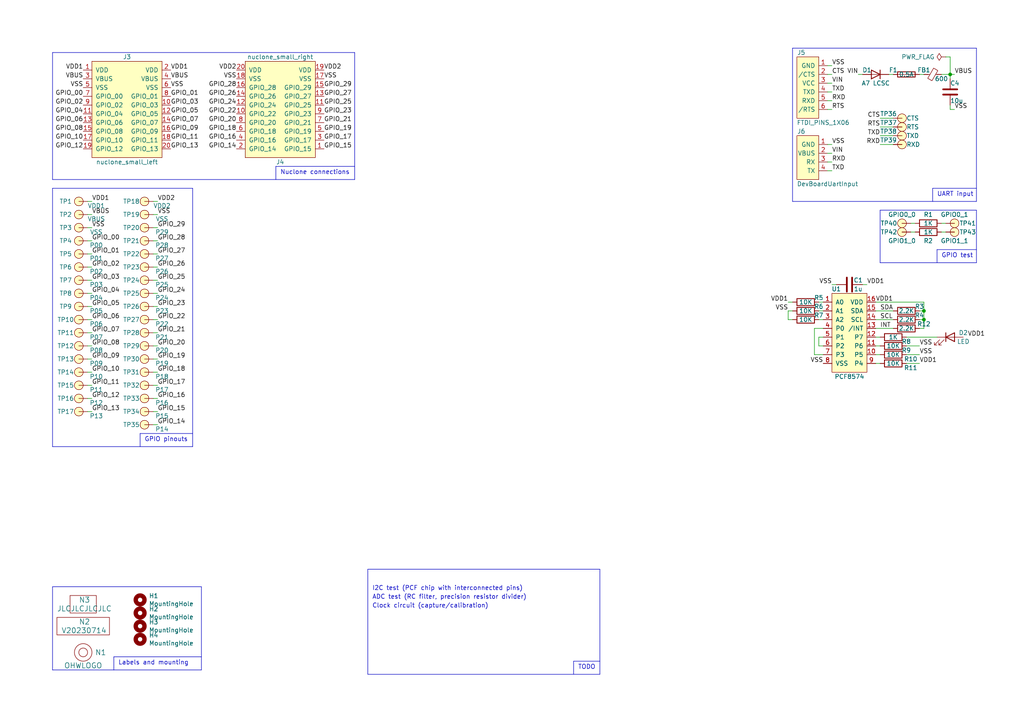
<source format=kicad_sch>
(kicad_sch (version 20230121) (generator eeschema)
  (paper "A4")
  (lib_symbols
    (symbol "Device:C" (pin_numbers hide) (pin_names (offset 0.254))
      (property "Reference" "C" (at 0.635 2.54 0))
      (property "Value" "C" (at 0.635 -2.54 0))
      (symbol "C_0_1"
        (polyline (pts (xy -2.032 -0.762) (xy 2.032 -0.762)) (stroke (width 0.508)))
        (polyline (pts (xy -2.032 0.762) (xy 2.032 0.762)) (stroke (width 0.508)))
      )
      (symbol "C_1_1"
        (pin passive line (at 0 3.81 270) (length 2.794) (name "~") (number "1"))
        (pin passive line (at 0 -3.81 90) (length 2.794) (name "~") (number "2"))
      )
    )
    (symbol "Device:D" (pin_numbers hide) (pin_names (offset 1.016) hide)
      (property "Reference" "D" (at 0 2.54 0))
      (property "Value" "D" (at 0 -2.54 0))
      (symbol "D_0_1"
        (polyline (pts (xy -1.27 1.27) (xy -1.27 -1.27)) (stroke (width 0.254)))
        (polyline (pts (xy 1.27 0) (xy -1.27 0)))
        (polyline (pts (xy 1.27 1.27) (xy 1.27 -1.27) (xy -1.27 0) (xy 1.27 1.27)) (stroke (width 0.254)))
      )
      (symbol "D_1_1"
        (pin passive line (at -3.81 0 0) (length 2.54) (name "K") (number "1"))
        (pin passive line (at 3.81 0 180) (length 2.54) (name "A") (number "2"))
      )
    )
    (symbol "Device:FerriteBead_Small" (pin_numbers hide) (pin_names (offset 0))
      (property "Reference" "FB" (at 1.905 1.27 0))
      (property "Value" "FerriteBead_Small" (at 1.905 -1.27 0))
      (symbol "FerriteBead_Small_0_1"
        (polyline (pts (xy 0 -1.27) (xy 0 -0.7874)))
        (polyline (pts (xy 0 0.889) (xy 0 1.2954)))
        (polyline (pts (xy -1.8288 0.2794) (xy -1.1176 1.4986) (xy 1.8288 -0.2032) (xy 1.1176 -1.4224) (xy -1.8288 0.2794)))
      )
      (symbol "FerriteBead_Small_1_1"
        (pin passive line (at 0 2.54 270) (length 1.27) (name "~") (number "1"))
        (pin passive line (at 0 -2.54 90) (length 1.27) (name "~") (number "2"))
      )
    )
    (symbol "Device:Fuse" (pin_numbers hide) (pin_names (offset 0))
      (property "Reference" "F" (at 2.032 0 90))
      (property "Value" "Fuse" (at -1.905 0 90))
      (symbol "Fuse_0_1"
        (rectangle (start -0.762 -2.54) (end 0.762 2.54) (stroke (width 0.254)))
        (polyline (pts (xy 0 2.54) (xy 0 -2.54)))
      )
      (symbol "Fuse_1_1"
        (pin passive line (at 0 3.81 270) (length 1.27) (name "~") (number "1"))
        (pin passive line (at 0 -3.81 90) (length 1.27) (name "~") (number "2"))
      )
    )
    (symbol "Device:LED" (pin_numbers hide) (pin_names (offset 1.016) hide)
      (property "Reference" "D" (at 0 2.54 0))
      (property "Value" "LED" (at 0 -2.54 0))
      (symbol "LED_0_1"
        (polyline (pts (xy -1.27 -1.27) (xy -1.27 1.27)) (stroke (width 0.254)))
        (polyline (pts (xy -1.27 0) (xy 1.27 0)))
        (polyline (pts (xy 1.27 -1.27) (xy 1.27 1.27) (xy -1.27 0) (xy 1.27 -1.27)) (stroke (width 0.254)))
        (polyline (pts (xy -3.048 -0.762) (xy -4.572 -2.286) (xy -3.81 -2.286) (xy -4.572 -2.286) (xy -4.572 -1.524)))
        (polyline (pts (xy -1.778 -0.762) (xy -3.302 -2.286) (xy -2.54 -2.286) (xy -3.302 -2.286) (xy -3.302 -1.524)))
      )
      (symbol "LED_1_1"
        (pin passive line (at -3.81 0 0) (length 2.54) (name "K") (number "1"))
        (pin passive line (at 3.81 0 180) (length 2.54) (name "A") (number "2"))
      )
    )
    (symbol "Device:R" (pin_numbers hide) (pin_names (offset 0))
      (property "Reference" "R" (at 2.032 0 90))
      (property "Value" "R" (at 0 0 90))
      (symbol "R_0_1"
        (rectangle (start -1.016 -2.54) (end 1.016 2.54) (stroke (width 0.254)))
      )
      (symbol "R_1_1"
        (pin passive line (at 0 3.81 270) (length 1.27) (name "~") (number "1"))
        (pin passive line (at 0 -3.81 90) (length 1.27) (name "~") (number "2"))
      )
    )
    (symbol "Mechanical:MountingHole" (pin_names (offset 1.016))
      (property "Reference" "H" (at 0 5.08 0))
      (property "Value" "MountingHole" (at 0 3.175 0))
      (symbol "MountingHole_0_1"
        (circle (center 0 0) (radius 1.27) (stroke (width 1.27)))
      )
    )
    (symbol "SquantorConnectorsNamed:DevBoardUartInput" (pin_names (offset 1.016))
      (property "Reference" "J" (at 0 7.62 0))
      (property "Value" "DevBoardUartInput" (at 0 -7.62 0))
      (symbol "DevBoardUartInput_0_1"
        (rectangle (start 2.54 -6.35) (end -3.81 6.35) (fill (type background)))
      )
      (symbol "DevBoardUartInput_1_1"
        (pin power_out line (at 5.08 3.81 180) (length 2.54) (name "GND") (number "1"))
        (pin power_out line (at 5.08 1.27 180) (length 2.54) (name "VBUS") (number "2"))
        (pin input line (at 5.08 -1.27 180) (length 2.54) (name "RX") (number "3"))
        (pin output line (at 5.08 -3.81 180) (length 2.54) (name "TX") (number "4"))
      )
    )
    (symbol "SquantorConnectorsNamed:FTDI_PINS_1X06" (pin_names (offset 1.016))
      (property "Reference" "J" (at 0 10.16 0))
      (property "Value" "FTDI_PINS_1X06" (at 0 -10.16 0))
      (symbol "FTDI_PINS_1X06_0_1"
        (rectangle (start -3.81 8.89) (end 2.54 -8.89) (fill (type background)))
      )
      (symbol "FTDI_PINS_1X06_1_1"
        (pin power_out line (at 5.08 6.35 180) (length 2.54) (name "GND") (number "1"))
        (pin input line (at 5.08 3.81 180) (length 2.54) (name "/CTS") (number "2"))
        (pin power_out line (at 5.08 1.27 180) (length 2.54) (name "VCC") (number "3"))
        (pin output line (at 5.08 -1.27 180) (length 2.54) (name "TXD") (number "4"))
        (pin input line (at 5.08 -3.81 180) (length 2.54) (name "RXD") (number "5"))
        (pin output line (at 5.08 -6.35 180) (length 2.54) (name "/RTS") (number "6"))
      )
    )
    (symbol "SquantorConnectorsNamed:nuclone_small_left" (pin_names (offset 1.016))
      (property "Reference" "J" (at 0 15.24 0))
      (property "Value" "nuclone_small_left" (at 0 -15.24 0))
      (symbol "nuclone_small_left_0_1"
        (rectangle (start -10.16 13.97) (end 10.16 -13.97) (fill (type background)))
      )
      (symbol "nuclone_small_left_1_1"
        (pin power_in line (at -12.7 11.43 0) (length 2.54) (name "VDD") (number "1"))
        (pin bidirectional line (at 12.7 1.27 180) (length 2.54) (name "GPIO_03") (number "10"))
        (pin bidirectional line (at -12.7 -1.27 0) (length 2.54) (name "GPIO_04") (number "11"))
        (pin bidirectional line (at 12.7 -1.27 180) (length 2.54) (name "GPIO_05") (number "12"))
        (pin bidirectional line (at -12.7 -3.81 0) (length 2.54) (name "GPIO_06") (number "13"))
        (pin bidirectional line (at 12.7 -3.81 180) (length 2.54) (name "GPIO_07") (number "14"))
        (pin bidirectional line (at -12.7 -6.35 0) (length 2.54) (name "GPIO_08") (number "15"))
        (pin bidirectional line (at 12.7 -6.35 180) (length 2.54) (name "GPIO_09") (number "16"))
        (pin bidirectional line (at -12.7 -8.89 0) (length 2.54) (name "GPIO_10") (number "17"))
        (pin bidirectional line (at 12.7 -8.89 180) (length 2.54) (name "GPIO_11") (number "18"))
        (pin bidirectional line (at -12.7 -11.43 0) (length 2.54) (name "GPIO_12") (number "19"))
        (pin power_in line (at 12.7 11.43 180) (length 2.54) (name "VDD") (number "2"))
        (pin bidirectional line (at 12.7 -11.43 180) (length 2.54) (name "GPIO_13") (number "20"))
        (pin power_in line (at -12.7 8.89 0) (length 2.54) (name "VBUS") (number "3"))
        (pin power_in line (at 12.7 8.89 180) (length 2.54) (name "VBUS") (number "4"))
        (pin power_in line (at -12.7 6.35 0) (length 2.54) (name "VSS") (number "5"))
        (pin power_in line (at 12.7 6.35 180) (length 2.54) (name "VSS") (number "6"))
        (pin bidirectional line (at -12.7 3.81 0) (length 2.54) (name "GPIO_00") (number "7"))
        (pin bidirectional line (at 12.7 3.81 180) (length 2.54) (name "GPIO_01") (number "8"))
        (pin bidirectional line (at -12.7 1.27 0) (length 2.54) (name "GPIO_02") (number "9"))
      )
    )
    (symbol "SquantorConnectorsNamed:nuclone_small_right" (pin_names (offset 1.016))
      (property "Reference" "J" (at 0 -15.24 0))
      (property "Value" "nuclone_small_right" (at 0 15.24 0))
      (symbol "nuclone_small_right_0_1"
        (rectangle (start 10.16 -13.97) (end -10.16 13.97) (fill (type background)))
      )
      (symbol "nuclone_small_right_1_1"
        (pin bidirectional line (at 12.7 -11.43 180) (length 2.54) (name "GPIO_15") (number "1"))
        (pin bidirectional line (at -12.7 -1.27 0) (length 2.54) (name "GPIO_22") (number "10"))
        (pin bidirectional line (at 12.7 1.27 180) (length 2.54) (name "GPIO_25") (number "11"))
        (pin bidirectional line (at -12.7 1.27 0) (length 2.54) (name "GPIO_24") (number "12"))
        (pin bidirectional line (at 12.7 3.81 180) (length 2.54) (name "GPIO_27") (number "13"))
        (pin bidirectional line (at -12.7 3.81 0) (length 2.54) (name "GPIO_26") (number "14"))
        (pin bidirectional line (at 12.7 6.35 180) (length 2.54) (name "GPIO_29") (number "15"))
        (pin bidirectional line (at -12.7 6.35 0) (length 2.54) (name "GPIO_28") (number "16"))
        (pin power_in line (at 12.7 8.89 180) (length 2.54) (name "VSS") (number "17"))
        (pin power_in line (at -12.7 8.89 0) (length 2.54) (name "VSS") (number "18"))
        (pin power_in line (at 12.7 11.43 180) (length 2.54) (name "VDD") (number "19"))
        (pin bidirectional line (at -12.7 -11.43 0) (length 2.54) (name "GPIO_14") (number "2"))
        (pin power_in line (at -12.7 11.43 0) (length 2.54) (name "VDD") (number "20"))
        (pin bidirectional line (at 12.7 -8.89 180) (length 2.54) (name "GPIO_17") (number "3"))
        (pin bidirectional line (at -12.7 -8.89 0) (length 2.54) (name "GPIO_16") (number "4"))
        (pin bidirectional line (at 12.7 -6.35 180) (length 2.54) (name "GPIO_19") (number "5"))
        (pin bidirectional line (at -12.7 -6.35 0) (length 2.54) (name "GPIO_18") (number "6"))
        (pin bidirectional line (at 12.7 -3.81 180) (length 2.54) (name "GPIO_21") (number "7"))
        (pin bidirectional line (at -12.7 -3.81 0) (length 2.54) (name "GPIO_20") (number "8"))
        (pin bidirectional line (at 12.7 -1.27 180) (length 2.54) (name "GPIO_23") (number "9"))
      )
    )
    (symbol "SquantorLabels:Label" (pin_names (offset 1.016))
      (property "Reference" "N" (at 0 1.27 0))
      (property "Value" "Label" (at 0 -1.27 0))
      (symbol "Label_0_1"
        (rectangle (start -3.81 2.54) (end 3.81 -2.54))
      )
    )
    (symbol "SquantorLabels:OHWLOGO" (pin_names (offset 1.016))
      (property "Reference" "N" (at 0 3.81 0))
      (property "Value" "OHWLOGO" (at 0 -3.81 0))
      (symbol "OHWLOGO_0_1"
        (circle (center 0 0) (radius 1.27))
        (circle (center 0 0) (radius 2.54))
      )
    )
    (symbol "SquantorLabels:VYYYYMMDD" (pin_names (offset 1.016))
      (property "Reference" "N" (at 0 2.54 0))
      (property "Value" "VYYYYMMDD" (at 0 0 0))
      (symbol "VYYYYMMDD_0_1"
        (rectangle (start 7.62 -1.27) (end -7.62 3.81))
      )
    )
    (symbol "SquantorNxp:PCF8574" (pin_names (offset 1.016))
      (property "Reference" "U" (at 0 11.43 0))
      (property "Value" "PCF8574" (at 0 -13.97 0))
      (symbol "PCF8574_1_0"
        (rectangle (start -5.08 10.16) (end 5.08 -12.7) (fill (type background)))
      )
      (symbol "PCF8574_1_1"
        (pin input line (at -7.62 7.62 0) (length 2.54) (name "A0") (number "1"))
        (pin bidirectional line (at 7.62 -7.62 180) (length 2.54) (name "P5") (number "10"))
        (pin bidirectional line (at 7.62 -5.08 180) (length 2.54) (name "P6") (number "11"))
        (pin bidirectional line (at 7.62 -2.54 180) (length 2.54) (name "P7") (number "12"))
        (pin open_collector line (at 7.62 0 180) (length 2.54) (name "/INT") (number "13"))
        (pin input line (at 7.62 2.54 180) (length 2.54) (name "SCL") (number "14"))
        (pin bidirectional line (at 7.62 5.08 180) (length 2.54) (name "SDA") (number "15"))
        (pin power_in line (at 7.62 7.62 180) (length 2.54) (name "VDD") (number "16"))
        (pin input line (at -7.62 5.08 0) (length 2.54) (name "A1") (number "2"))
        (pin input line (at -7.62 2.54 0) (length 2.54) (name "A2") (number "3"))
        (pin bidirectional line (at -7.62 0 0) (length 2.54) (name "P0") (number "4"))
        (pin bidirectional line (at -7.62 -2.54 0) (length 2.54) (name "P1") (number "5"))
        (pin bidirectional line (at -7.62 -5.08 0) (length 2.54) (name "P2") (number "6"))
        (pin bidirectional line (at -7.62 -7.62 0) (length 2.54) (name "P3") (number "7"))
        (pin power_in line (at -7.62 -10.16 0) (length 2.54) (name "VSS") (number "8"))
        (pin bidirectional line (at 7.62 -10.16 180) (length 2.54) (name "P4") (number "9"))
      )
    )
    (symbol "SquantorProto:testpad" (pin_numbers hide) (pin_names (offset 1.016) hide)
      (property "Reference" "TP" (at 0 2.54 0))
      (property "Value" "testpad" (at 0 -2.54 0))
      (symbol "testpad_0_1"
        (circle (center 0 0) (radius 1.27) (fill (type background)))
      )
      (symbol "testpad_1_1"
        (pin passive line (at -2.54 0 0) (length 2.54) (name "1") (number "1"))
      )
    )
    (symbol "power:PWR_FLAG" (power) (pin_numbers hide) (pin_names (offset 0) hide)
      (property "Value" "PWR_FLAG" (at 0 3.81 0))
      (symbol "PWR_FLAG_0_0"
        (pin power_out line (at 0 0 90) (length 0) (name "pwr") (number "1"))
      )
      (symbol "PWR_FLAG_0_1"
        (polyline (pts (xy 0 0) (xy 0 1.27) (xy -1.016 1.905) (xy 0 2.54) (xy 1.016 1.905) (xy 0 1.27)))
      )
    )
  )
  (junction (at 267.97 92.71))
  (junction (at 267.97 90.17))
  (junction (at 275.59 21.59))
  (wire (pts (xy 266.7 90.17) (xy 267.97 90.17)))
  (polyline (pts (xy 229.87 13.97) (xy 283.21 13.97)))
  (wire (pts (xy 248.92 21.59) (xy 250.19 21.59)))
  (wire (pts (xy 44.45 96.52) (xy 45.72 96.52)))
  (wire (pts (xy 267.97 95.25) (xy 266.7 95.25)))
  (wire (pts (xy 44.45 58.42) (xy 45.72 58.42)))
  (wire (pts (xy 276.86 21.59) (xy 275.59 21.59)))
  (polyline (pts (xy 102.87 48.26) (xy 80.01 48.26)))
  (polyline (pts (xy 33.02 190.5) (xy 33.02 194.31)))
  (wire (pts (xy 275.59 21.59) (xy 275.59 22.86)))
  (wire (pts (xy 262.89 102.87) (xy 266.7 102.87)))
  (polyline (pts (xy 283.21 72.39) (xy 271.78 72.39)))
  (wire (pts (xy 254 100.33) (xy 255.27 100.33)))
  (wire (pts (xy 255.27 39.37) (xy 259.08 39.37)))
  (wire (pts (xy 236.22 95.25) (xy 236.22 102.87)))
  (wire (pts (xy 45.72 77.47) (xy 44.45 77.47)))
  (wire (pts (xy 257.81 21.59) (xy 259.08 21.59)))
  (polyline (pts (xy 58.42 190.5) (xy 33.02 190.5)))
  (wire (pts (xy 240.03 31.75) (xy 241.3 31.75)))
  (polyline (pts (xy 229.87 58.42) (xy 283.21 58.42)))
  (wire (pts (xy 45.72 107.95) (xy 44.45 107.95)))
  (wire (pts (xy 25.4 88.9) (xy 26.67 88.9)))
  (polyline (pts (xy 173.99 165.1) (xy 173.99 195.58)))
  (wire (pts (xy 44.45 115.57) (xy 45.72 115.57)))
  (wire (pts (xy 240.03 41.91) (xy 241.3 41.91)))
  (wire (pts (xy 237.49 92.71) (xy 238.76 92.71)))
  (wire (pts (xy 255.27 41.91) (xy 259.08 41.91)))
  (polyline (pts (xy 255.27 60.96) (xy 255.27 76.2)))
  (wire (pts (xy 267.97 87.63) (xy 267.97 90.17)))
  (wire (pts (xy 266.7 21.59) (xy 267.97 21.59)))
  (wire (pts (xy 26.67 115.57) (xy 25.4 115.57)))
  (wire (pts (xy 26.67 58.42) (xy 25.4 58.42)))
  (wire (pts (xy 236.22 102.87) (xy 238.76 102.87)))
  (wire (pts (xy 237.49 100.33) (xy 238.76 100.33)))
  (polyline (pts (xy 80.01 48.26) (xy 80.01 52.07)))
  (polyline (pts (xy 283.21 76.2) (xy 283.21 60.96)))
  (wire (pts (xy 273.05 67.31) (xy 274.32 67.31)))
  (polyline (pts (xy 15.24 54.61) (xy 55.88 54.61)))
  (wire (pts (xy 238.76 97.79) (xy 237.49 97.79)))
  (wire (pts (xy 262.89 105.41) (xy 266.7 105.41)))
  (wire (pts (xy 241.3 82.55) (xy 242.57 82.55)))
  (wire (pts (xy 26.67 85.09) (xy 25.4 85.09)))
  (polyline (pts (xy 15.24 129.54) (xy 15.24 54.61)))
  (wire (pts (xy 45.72 100.33) (xy 44.45 100.33)))
  (polyline (pts (xy 40.64 125.73) (xy 40.64 129.54)))
  (wire (pts (xy 267.97 92.71) (xy 266.7 92.71)))
  (wire (pts (xy 240.03 24.13) (xy 241.3 24.13)))
  (wire (pts (xy 44.45 66.04) (xy 45.72 66.04)))
  (polyline (pts (xy 55.88 54.61) (xy 55.88 129.54)))
  (wire (pts (xy 45.72 85.09) (xy 44.45 85.09)))
  (polyline (pts (xy 255.27 76.2) (xy 283.21 76.2)))
  (wire (pts (xy 255.27 34.29) (xy 259.08 34.29)))
  (wire (pts (xy 25.4 81.28) (xy 26.67 81.28)))
  (wire (pts (xy 25.4 104.14) (xy 26.67 104.14)))
  (wire (pts (xy 45.72 69.85) (xy 44.45 69.85)))
  (wire (pts (xy 228.6 90.17) (xy 228.6 92.71)))
  (wire (pts (xy 240.03 49.53) (xy 241.3 49.53)))
  (wire (pts (xy 254 87.63) (xy 267.97 87.63)))
  (wire (pts (xy 275.59 31.75) (xy 275.59 30.48)))
  (wire (pts (xy 229.87 92.71) (xy 228.6 92.71)))
  (wire (pts (xy 25.4 96.52) (xy 26.67 96.52)))
  (wire (pts (xy 26.67 66.04) (xy 25.4 66.04)))
  (wire (pts (xy 44.45 111.76) (xy 45.72 111.76)))
  (wire (pts (xy 262.89 100.33) (xy 266.7 100.33)))
  (polyline (pts (xy 15.24 194.31) (xy 58.42 194.31)))
  (wire (pts (xy 254 102.87) (xy 255.27 102.87)))
  (wire (pts (xy 44.45 88.9) (xy 45.72 88.9)))
  (polyline (pts (xy 102.87 15.24) (xy 15.24 15.24)))
  (wire (pts (xy 267.97 92.71) (xy 267.97 95.25)))
  (wire (pts (xy 240.03 46.99) (xy 241.3 46.99)))
  (wire (pts (xy 228.6 87.63) (xy 229.87 87.63)))
  (wire (pts (xy 240.03 29.21) (xy 241.3 29.21)))
  (wire (pts (xy 262.89 97.79) (xy 271.78 97.79)))
  (wire (pts (xy 26.67 107.95) (xy 25.4 107.95)))
  (polyline (pts (xy 283.21 13.97) (xy 283.21 58.42)))
  (polyline (pts (xy 106.68 165.1) (xy 173.99 165.1)))
  (polyline (pts (xy 55.88 129.54) (xy 15.24 129.54)))
  (wire (pts (xy 228.6 90.17) (xy 229.87 90.17)))
  (polyline (pts (xy 15.24 52.07) (xy 102.87 52.07)))
  (polyline (pts (xy 58.42 194.31) (xy 58.42 170.18)))
  (wire (pts (xy 254 92.71) (xy 259.08 92.71)))
  (polyline (pts (xy 283.21 60.96) (xy 255.27 60.96)))
  (wire (pts (xy 238.76 95.25) (xy 236.22 95.25)))
  (polyline (pts (xy 166.37 191.77) (xy 173.99 191.77)))
  (wire (pts (xy 25.4 119.38) (xy 26.67 119.38)))
  (polyline (pts (xy 58.42 170.18) (xy 15.24 170.18)))
  (polyline (pts (xy 106.68 195.58) (xy 106.68 165.1)))
  (wire (pts (xy 254 97.79) (xy 255.27 97.79)))
  (wire (pts (xy 45.72 119.38) (xy 44.45 119.38)))
  (wire (pts (xy 255.27 36.83) (xy 259.08 36.83)))
  (wire (pts (xy 267.97 90.17) (xy 267.97 92.71)))
  (wire (pts (xy 45.72 92.71) (xy 44.45 92.71)))
  (polyline (pts (xy 55.88 125.73) (xy 40.64 125.73)))
  (wire (pts (xy 240.03 21.59) (xy 241.3 21.59)))
  (wire (pts (xy 237.49 87.63) (xy 238.76 87.63)))
  (polyline (pts (xy 229.87 13.97) (xy 229.87 58.42)))
  (wire (pts (xy 254 95.25) (xy 259.08 95.25)))
  (polyline (pts (xy 271.78 72.39) (xy 271.78 76.2)))
  (wire (pts (xy 25.4 73.66) (xy 26.67 73.66)))
  (wire (pts (xy 240.03 44.45) (xy 241.3 44.45)))
  (wire (pts (xy 44.45 81.28) (xy 45.72 81.28)))
  (wire (pts (xy 26.67 77.47) (xy 25.4 77.47)))
  (wire (pts (xy 275.59 16.51) (xy 275.59 21.59)))
  (wire (pts (xy 250.19 82.55) (xy 251.46 82.55)))
  (wire (pts (xy 44.45 123.19) (xy 45.72 123.19)))
  (wire (pts (xy 240.03 26.67) (xy 241.3 26.67)))
  (wire (pts (xy 26.67 100.33) (xy 25.4 100.33)))
  (wire (pts (xy 264.16 64.77) (xy 265.43 64.77)))
  (wire (pts (xy 44.45 104.14) (xy 45.72 104.14)))
  (wire (pts (xy 44.45 73.66) (xy 45.72 73.66)))
  (wire (pts (xy 26.67 69.85) (xy 25.4 69.85)))
  (wire (pts (xy 26.67 92.71) (xy 25.4 92.71)))
  (polyline (pts (xy 15.24 170.18) (xy 15.24 194.31)))
  (wire (pts (xy 275.59 31.75) (xy 276.86 31.75)))
  (wire (pts (xy 240.03 19.05) (xy 241.3 19.05)))
  (polyline (pts (xy 15.24 15.24) (xy 15.24 52.07)))
  (polyline (pts (xy 173.99 195.58) (xy 106.68 195.58)))
  (wire (pts (xy 254 105.41) (xy 255.27 105.41)))
  (wire (pts (xy 25.4 62.23) (xy 26.67 62.23)))
  (polyline (pts (xy 283.21 54.61) (xy 270.51 54.61)))
  (wire (pts (xy 25.4 111.76) (xy 26.67 111.76)))
  (wire (pts (xy 237.49 97.79) (xy 237.49 100.33)))
  (wire (pts (xy 273.05 64.77) (xy 274.32 64.77)))
  (polyline (pts (xy 102.87 52.07) (xy 102.87 15.24)))
  (wire (pts (xy 273.05 21.59) (xy 275.59 21.59)))
  (wire (pts (xy 237.49 90.17) (xy 238.76 90.17)))
  (wire (pts (xy 264.16 67.31) (xy 265.43 67.31)))
  (wire (pts (xy 275.59 16.51) (xy 274.32 16.51)))
  (polyline (pts (xy 270.51 54.61) (xy 270.51 58.42)))
  (wire (pts (xy 45.72 62.23) (xy 44.45 62.23)))
  (wire (pts (xy 254 90.17) (xy 259.08 90.17)))
  (polyline (pts (xy 166.37 195.58) (xy 166.37 191.77)))
  (text "ADC test (RC filter, precision resistor divider)" (at 107.95 173.99 0) (effects (font (size 1.27 1.27)) (justify left bottom)))
  (text "I2C test (PCF chip with interconnected pins)" (at 107.95 171.45 0) (effects (font (size 1.27 1.27)) (justify left bottom)))
  (text "GPIO test" (at 273.05 74.93 0) (effects (font (size 1.27 1.27)) (justify left bottom)))
  (text "Labels and mounting" (at 34.29 193.04 0) (effects (font (size 1.27 1.27)) (justify left bottom)))
  (text "Clock circuit (capture/calibration)" (at 107.95 176.53 0) (effects (font (size 1.27 1.27)) (justify left bottom)))
  (text "TODO" (at 167.64 194.31 0) (effects (font (size 1.27 1.27)) (justify left bottom)))
  (text "GPIO pinouts" (at 41.91 128.27 0) (effects (font (size 1.27 1.27)) (justify left bottom)))
  (text "Nuclone connections" (at 81.28 50.8 0) (effects (font (size 1.27 1.27)) (justify left bottom)))
  (text "UART input" (at 271.78 57.15 0) (effects (font (size 1.27 1.27)) (justify left bottom)))
  (label "VDD1" (at 266.7 105.41 0))
  (label "GPIO_24" (at 45.72 85.09 0))
  (label "GPIO_20" (at 68.58 35.56 180))
  (label "GPIO_22" (at 45.72 92.71 0))
  (label "GPIO_26" (at 68.58 27.94 180))
  (label "CTS" (at 241.3 21.59 0))
  (label "VSS" (at 49.53 25.4 0))
  (label "VDD1" (at 254 87.63 0))
  (label "VSS" (at 238.76 105.41 180))
  (label "GPIO_24" (at 68.58 30.48 180))
  (label "TXD" (at 241.3 26.67 0))
  (label "GPIO_27" (at 45.72 73.66 0))
  (label "GPIO_11" (at 26.67 111.76 0))
  (label "VBUS" (at 49.53 22.86 0))
  (label "INT" (at 255.27 95.25 0))
  (label "GPIO_28" (at 45.72 69.85 0))
  (label "SDA" (at 255.27 90.17 0))
  (label "GPIO_12" (at 26.67 115.57 0))
  (label "GPIO_15" (at 45.72 119.38 0))
  (label "VDD1" (at 26.67 58.42 0))
  (label "GPIO_07" (at 49.53 35.56 0))
  (label "GPIO_00" (at 24.13 27.94 180))
  (label "TXD" (at 241.3 49.53 0))
  (label "GPIO_21" (at 93.98 35.56 0))
  (label "VBUS" (at 26.67 62.23 0))
  (label "VDD2" (at 45.72 58.42 0))
  (label "GPIO_29" (at 93.98 25.4 0))
  (label "VIN" (at 241.3 24.13 0))
  (label "GPIO_19" (at 45.72 104.14 0))
  (label "GPIO_08" (at 24.13 38.1 180))
  (label "GPIO_11" (at 49.53 40.64 0))
  (label "VDD1" (at 280.67 97.79 0))
  (label "CTS" (at 255.27 34.29 180))
  (label "VDD2" (at 93.98 20.32 0))
  (label "GPIO_22" (at 68.58 33.02 180))
  (label "VDD1" (at 24.13 20.32 180))
  (label "VIN" (at 248.92 21.59 180))
  (label "VSS" (at 45.72 62.23 0))
  (label "GPIO_10" (at 24.13 40.64 180))
  (label "GPIO_23" (at 93.98 33.02 0))
  (label "GPIO_01" (at 49.53 27.94 0))
  (label "GPIO_05" (at 49.53 33.02 0))
  (label "RXD" (at 241.3 29.21 0))
  (label "GPIO_15" (at 93.98 43.18 0))
  (label "VSS" (at 266.7 100.33 0))
  (label "GPIO_16" (at 45.72 115.57 0))
  (label "GPIO_08" (at 26.67 100.33 0))
  (label "GPIO_19" (at 93.98 38.1 0))
  (label "RXD" (at 255.27 41.91 180))
  (label "GPIO_26" (at 45.72 77.47 0))
  (label "GPIO_18" (at 45.72 107.95 0))
  (label "GPIO_27" (at 93.98 27.94 0))
  (label "GPIO_23" (at 45.72 88.9 0))
  (label "GPIO_21" (at 45.72 96.52 0))
  (label "GPIO_06" (at 26.67 92.71 0))
  (label "VIN" (at 241.3 44.45 0))
  (label "GPIO_03" (at 26.67 81.28 0))
  (label "GPIO_17" (at 93.98 40.64 0))
  (label "RXD" (at 241.3 46.99 0))
  (label "GPIO_14" (at 68.58 43.18 180))
  (label "VSS" (at 241.3 41.91 0))
  (label "RTS" (at 255.27 36.83 180))
  (label "GPIO_00" (at 26.67 69.85 0))
  (label "VSS" (at 93.98 22.86 0))
  (label "GPIO_04" (at 24.13 33.02 180))
  (label "VSS" (at 24.13 25.4 180))
  (label "GPIO_03" (at 49.53 30.48 0))
  (label "GPIO_13" (at 49.53 43.18 0))
  (label "GPIO_09" (at 26.67 104.14 0))
  (label "GPIO_02" (at 26.67 77.47 0))
  (label "VSS" (at 26.67 66.04 0))
  (label "GPIO_25" (at 45.72 81.28 0))
  (label "GPIO_13" (at 26.67 119.38 0))
  (label "VBUS" (at 276.86 21.59 0))
  (label "GPIO_18" (at 68.58 38.1 180))
  (label "VSS" (at 241.3 82.55 180))
  (label "GPIO_07" (at 26.67 96.52 0))
  (label "GPIO_05" (at 26.67 88.9 0))
  (label "VDD1" (at 251.46 82.55 0))
  (label "GPIO_28" (at 68.58 25.4 180))
  (label "GPIO_09" (at 49.53 38.1 0))
  (label "GPIO_06" (at 24.13 35.56 180))
  (label "GPIO_02" (at 24.13 30.48 180))
  (label "GPIO_25" (at 93.98 30.48 0))
  (label "VBUS" (at 24.13 22.86 180))
  (label "VDD2" (at 68.58 20.32 180))
  (label "GPIO_04" (at 26.67 85.09 0))
  (label "GPIO_16" (at 68.58 40.64 180))
  (label "VSS" (at 241.3 19.05 0))
  (label "GPIO_17" (at 45.72 111.76 0))
  (label "GPIO_10" (at 26.67 107.95 0))
  (label "VSS" (at 276.86 31.75 0))
  (label "TXD" (at 255.27 39.37 180))
  (label "VDD1" (at 49.53 20.32 0))
  (label "VSS" (at 228.6 90.17 180))
  (label "VSS" (at 266.7 102.87 0))
  (label "VDD1" (at 228.6 87.63 180))
  (label "GPIO_12" (at 24.13 43.18 180))
  (label "SCL" (at 255.27 92.71 0))
  (label "GPIO_01" (at 26.67 73.66 0))
  (label "VSS" (at 68.58 22.86 180))
  (label "GPIO_14" (at 45.72 123.19 0))
  (label "GPIO_29" (at 45.72 66.04 0))
  (label "RTS" (at 241.3 31.75 0))
  (label "GPIO_20" (at 45.72 100.33 0))
  (symbol (lib_id "SquantorLabels:OHWLOGO") (at 24.13 189.23 0) (unit 1)
    (property "Reference" "N1" (at 29.21 189.23 0) (effects (font (size 1.524 1.524))))
    (property "Value" "OHWLOGO" (at 24.13 193.04 0) (effects (font (size 1.524 1.524))))
    (property "Footprint" "Symbol:OSHW-Symbol_6.7x6mm_SilkScreen" (effects hide))
  )
  (symbol (lib_id "Mechanical:MountingHole") (at 40.64 185.42 0) (unit 1)
    (property "Reference" "H4" (at 43.18 184.2516 0) (effects (justify left)))
    (property "Value" "MountingHole" (at 43.18 186.563 0) (effects (justify left)))
    (property "Footprint" "MountingHole:MountingHole_3.2mm_M3_Pad_Via" (effects hide))
  )
  (symbol (lib_id "Mechanical:MountingHole") (at 40.64 181.61 0) (unit 1)
    (property "Reference" "H3" (at 43.18 180.4416 0) (effects (justify left)))
    (property "Value" "MountingHole" (at 43.18 182.753 0) (effects (justify left)))
    (property "Footprint" "MountingHole:MountingHole_3.2mm_M3_Pad_Via" (effects hide))
  )
  (symbol (lib_id "Mechanical:MountingHole") (at 40.64 177.8 0) (unit 1)
    (property "Reference" "H2" (at 43.18 176.6316 0) (effects (justify left)))
    (property "Value" "MountingHole" (at 43.18 178.943 0) (effects (justify left)))
    (property "Footprint" "MountingHole:MountingHole_3.2mm_M3_Pad_Via" (effects hide))
  )
  (symbol (lib_id "Mechanical:MountingHole") (at 40.64 173.99 0) (unit 1)
    (property "Reference" "H1" (at 43.18 172.8216 0) (effects (justify left)))
    (property "Value" "MountingHole" (at 43.18 175.133 0) (effects (justify left)))
    (property "Footprint" "MountingHole:MountingHole_3.2mm_M3_Pad_Via" (effects hide))
  )
  (symbol (lib_id "SquantorLabels:VYYYYMMDD") (at 24.13 182.88 0) (unit 1)
    (property "Reference" "N2" (at 22.86 180.34 0) (effects (font (size 1.524 1.524)) (justify left)))
    (property "Value" "V20230714" (at 17.78 182.88 0) (effects (font (size 1.524 1.524)) (justify left)))
    (property "Footprint" "SquantorLabels:Label_Generic" (effects hide))
  )
  (symbol (lib_id "SquantorConnectorsNamed:nuclone_small_left") (at 36.83 31.75 0) (unit 1)
    (property "Reference" "J3" (at 36.83 16.51 0))
    (property "Value" "nuclone_small_left" (at 36.83 46.99 0))
    (property "Footprint" "SquantorConnectorsNamed:nuclone_small_left_stacked" (effects hide))
  )
  (symbol (lib_id "SquantorConnectorsNamed:nuclone_small_right") (at 81.28 31.75 0) (unit 1)
    (property "Reference" "J4" (at 81.28 46.99 0))
    (property "Value" "nuclone_small_right" (at 81.28 16.51 0))
    (property "Footprint" "SquantorConnectorsNamed:nuclone_small_right_stacked" (effects hide))
  )
  (symbol (lib_id "SquantorLabels:Label") (at 24.13 175.26 0) (unit 1)
    (property "Reference" "N3" (at 22.86 173.99 0) (effects (font (size 1.524 1.524)) (justify left)))
    (property "Value" "JLCJLCJLCJLC" (at 16.51 176.53 0) (effects (font (size 1.524 1.524)) (justify left)))
    (property "Footprint" "SquantorLabels:Label_Generic" (effects hide))
  )
  (symbol (lib_id "SquantorProto:testpad") (at 22.86 58.42 180) (unit 1)
    (property "Reference" "TP1" (at 19.05 58.42 0))
    (property "Value" "VDD1" (at 27.94 59.69 0))
    (property "Footprint" "SquantorTestPoints:TestPoint_hole_H05R10_2side" (effects hide))
  )
  (symbol (lib_id "SquantorProto:testpad") (at 22.86 62.23 180) (unit 1)
    (property "Reference" "TP2" (at 19.05 62.23 0))
    (property "Value" "VBUS" (at 27.94 63.5 0))
    (property "Footprint" "SquantorTestPoints:TestPoint_hole_H05R10_2side" (effects hide))
  )
  (symbol (lib_id "SquantorProto:testpad") (at 22.86 66.04 180) (unit 1)
    (property "Reference" "TP3" (at 19.05 66.04 0))
    (property "Value" "VSS" (at 27.94 67.31 0))
    (property "Footprint" "SquantorTestPoints:TestPoint_hole_H05R10_2side" (effects hide))
  )
  (symbol (lib_id "Device:Fuse") (at 262.89 21.59 270) (unit 1)
    (property "Reference" "F1" (at 259.08 20.32 90))
    (property "Value" "0.5A" (at 262.89 21.59 90))
    (property "Footprint" "SquantorRcl:F_0603_hand" (effects hide))
  )
  (symbol (lib_id "Device:FerriteBead_Small") (at 270.51 21.59 270) (unit 1)
    (property "Reference" "FB1" (at 267.97 20.32 90))
    (property "Value" "600" (at 273.05 22.86 90))
    (property "Footprint" "SquantorRcl:L_0603" (effects hide))
  )
  (symbol (lib_id "Device:C") (at 275.59 26.67 0) (unit 1)
    (property "Reference" "C4" (at 275.59 24.13 0) (effects (justify left)))
    (property "Value" "10u" (at 275.59 29.21 0) (effects (justify left)))
    (property "Footprint" "SquantorRcl:C_0603" (effects hide))
  )
  (symbol (lib_id "power:PWR_FLAG") (at 274.32 16.51 90) (unit 1)
    (property "Reference" "#FLG02" (effects hide))
    (property "Value" "PWR_FLAG" (at 271.0942 16.51 90) (effects (justify left)))
  )
  (symbol (lib_id "SquantorProto:testpad") (at 22.86 69.85 180) (unit 1)
    (property "Reference" "TP4" (at 19.05 69.85 0))
    (property "Value" "P00" (at 27.94 71.12 0))
    (property "Footprint" "SquantorTestPoints:TestPoint_hole_H05R10_2side" (effects hide))
  )
  (symbol (lib_id "SquantorProto:testpad") (at 22.86 73.66 180) (unit 1)
    (property "Reference" "TP5" (at 19.05 73.66 0))
    (property "Value" "P01" (at 27.94 74.93 0))
    (property "Footprint" "SquantorTestPoints:TestPoint_hole_H05R10_2side" (effects hide))
  )
  (symbol (lib_id "SquantorProto:testpad") (at 22.86 77.47 180) (unit 1)
    (property "Reference" "TP6" (at 19.05 77.47 0))
    (property "Value" "P02" (at 27.94 78.74 0))
    (property "Footprint" "SquantorTestPoints:TestPoint_hole_H05R10_2side" (effects hide))
  )
  (symbol (lib_id "SquantorProto:testpad") (at 22.86 81.28 180) (unit 1)
    (property "Reference" "TP7" (at 19.05 81.28 0))
    (property "Value" "P03" (at 27.94 82.55 0))
    (property "Footprint" "SquantorTestPoints:TestPoint_hole_H05R10_2side" (effects hide))
  )
  (symbol (lib_id "SquantorProto:testpad") (at 22.86 85.09 180) (unit 1)
    (property "Reference" "TP8" (at 19.05 85.09 0))
    (property "Value" "P04" (at 27.94 86.36 0))
    (property "Footprint" "SquantorTestPoints:TestPoint_hole_H05R10_2side" (effects hide))
  )
  (symbol (lib_id "SquantorProto:testpad") (at 22.86 88.9 180) (unit 1)
    (property "Reference" "TP9" (at 19.05 88.9 0))
    (property "Value" "P05" (at 27.94 90.17 0))
    (property "Footprint" "SquantorTestPoints:TestPoint_hole_H05R10_2side" (effects hide))
  )
  (symbol (lib_id "SquantorProto:testpad") (at 22.86 92.71 180) (unit 1)
    (property "Reference" "TP10" (at 19.05 92.71 0))
    (property "Value" "P06" (at 27.94 93.98 0))
    (property "Footprint" "SquantorTestPoints:TestPoint_hole_H05R10_2side" (effects hide))
  )
  (symbol (lib_id "SquantorProto:testpad") (at 22.86 96.52 180) (unit 1)
    (property "Reference" "TP11" (at 19.05 96.52 0))
    (property "Value" "P07" (at 27.94 97.79 0))
    (property "Footprint" "SquantorTestPoints:TestPoint_hole_H05R10_2side" (effects hide))
  )
  (symbol (lib_id "SquantorProto:testpad") (at 22.86 100.33 180) (unit 1)
    (property "Reference" "TP12" (at 19.05 100.33 0))
    (property "Value" "P08" (at 27.94 101.6 0))
    (property "Footprint" "SquantorTestPoints:TestPoint_hole_H05R10_2side" (effects hide))
  )
  (symbol (lib_id "SquantorProto:testpad") (at 22.86 104.14 180) (unit 1)
    (property "Reference" "TP13" (at 19.05 104.14 0))
    (property "Value" "P09" (at 27.94 105.41 0))
    (property "Footprint" "SquantorTestPoints:TestPoint_hole_H05R10_2side" (effects hide))
  )
  (symbol (lib_id "SquantorProto:testpad") (at 22.86 107.95 180) (unit 1)
    (property "Reference" "TP14" (at 19.05 107.95 0))
    (property "Value" "P10" (at 27.94 109.22 0))
    (property "Footprint" "SquantorTestPoints:TestPoint_hole_H05R10_2side" (effects hide))
  )
  (symbol (lib_id "SquantorProto:testpad") (at 22.86 111.76 180) (unit 1)
    (property "Reference" "TP15" (at 19.05 111.76 0))
    (property "Value" "P11" (at 27.94 113.03 0))
    (property "Footprint" "SquantorTestPoints:TestPoint_hole_H05R10_2side" (effects hide))
  )
  (symbol (lib_id "SquantorProto:testpad") (at 22.86 115.57 180) (unit 1)
    (property "Reference" "TP16" (at 19.05 115.57 0))
    (property "Value" "P12" (at 27.94 116.84 0))
    (property "Footprint" "SquantorTestPoints:TestPoint_hole_H05R10_2side" (effects hide))
  )
  (symbol (lib_id "SquantorProto:testpad") (at 22.86 119.38 180) (unit 1)
    (property "Reference" "TP17" (at 19.05 119.38 0))
    (property "Value" "P13" (at 27.94 120.65 0))
    (property "Footprint" "SquantorTestPoints:TestPoint_hole_H05R10_2side" (effects hide))
  )
  (symbol (lib_id "SquantorProto:testpad") (at 41.91 58.42 180) (unit 1)
    (property "Reference" "TP18" (at 38.1 58.42 0))
    (property "Value" "VDD2" (at 46.99 59.69 0))
    (property "Footprint" "SquantorTestPoints:TestPoint_hole_H05R10_2side" (effects hide))
  )
  (symbol (lib_id "SquantorProto:testpad") (at 41.91 62.23 180) (unit 1)
    (property "Reference" "TP19" (at 38.1 62.23 0))
    (property "Value" "VSS" (at 46.99 63.5 0))
    (property "Footprint" "SquantorTestPoints:TestPoint_hole_H05R10_2side" (effects hide))
  )
  (symbol (lib_id "SquantorProto:testpad") (at 41.91 73.66 180) (unit 1)
    (property "Reference" "TP22" (at 38.1 73.66 0))
    (property "Value" "P27" (at 46.99 74.93 0))
    (property "Footprint" "SquantorTestPoints:TestPoint_hole_H05R10_2side" (effects hide))
  )
  (symbol (lib_id "SquantorProto:testpad") (at 41.91 77.47 180) (unit 1)
    (property "Reference" "TP23" (at 38.1 77.47 0))
    (property "Value" "P26" (at 46.99 78.74 0))
    (property "Footprint" "SquantorTestPoints:TestPoint_hole_H05R10_2side" (effects hide))
  )
  (symbol (lib_id "SquantorProto:testpad") (at 41.91 81.28 180) (unit 1)
    (property "Reference" "TP24" (at 38.1 81.28 0))
    (property "Value" "P25" (at 46.99 82.55 0))
    (property "Footprint" "SquantorTestPoints:TestPoint_hole_H05R10_2side" (effects hide))
  )
  (symbol (lib_id "SquantorProto:testpad") (at 41.91 85.09 180) (unit 1)
    (property "Reference" "TP25" (at 38.1 85.09 0))
    (property "Value" "P24" (at 46.99 86.36 0))
    (property "Footprint" "SquantorTestPoints:TestPoint_hole_H05R10_2side" (effects hide))
  )
  (symbol (lib_id "SquantorProto:testpad") (at 41.91 88.9 180) (unit 1)
    (property "Reference" "TP26" (at 38.1 88.9 0))
    (property "Value" "P23" (at 46.99 90.17 0))
    (property "Footprint" "SquantorTestPoints:TestPoint_hole_H05R10_2side" (effects hide))
  )
  (symbol (lib_id "SquantorProto:testpad") (at 41.91 92.71 180) (unit 1)
    (property "Reference" "TP27" (at 38.1 92.71 0))
    (property "Value" "P22" (at 46.99 93.98 0))
    (property "Footprint" "SquantorTestPoints:TestPoint_hole_H05R10_2side" (effects hide))
  )
  (symbol (lib_id "SquantorProto:testpad") (at 41.91 96.52 180) (unit 1)
    (property "Reference" "TP28" (at 38.1 96.52 0))
    (property "Value" "P21" (at 46.99 97.79 0))
    (property "Footprint" "SquantorTestPoints:TestPoint_hole_H05R10_2side" (effects hide))
  )
  (symbol (lib_id "SquantorProto:testpad") (at 41.91 100.33 180) (unit 1)
    (property "Reference" "TP29" (at 38.1 100.33 0))
    (property "Value" "P20" (at 46.99 101.6 0))
    (property "Footprint" "SquantorTestPoints:TestPoint_hole_H05R10_2side" (effects hide))
  )
  (symbol (lib_id "SquantorProto:testpad") (at 41.91 104.14 180) (unit 1)
    (property "Reference" "TP30" (at 38.1 104.14 0))
    (property "Value" "P19" (at 46.99 105.41 0))
    (property "Footprint" "SquantorTestPoints:TestPoint_hole_H05R10_2side" (effects hide))
  )
  (symbol (lib_id "SquantorProto:testpad") (at 41.91 107.95 180) (unit 1)
    (property "Reference" "TP31" (at 38.1 107.95 0))
    (property "Value" "P18" (at 46.99 109.22 0))
    (property "Footprint" "SquantorTestPoints:TestPoint_hole_H05R10_2side" (effects hide))
  )
  (symbol (lib_id "SquantorProto:testpad") (at 41.91 111.76 180) (unit 1)
    (property "Reference" "TP32" (at 38.1 111.76 0))
    (property "Value" "P17" (at 46.99 113.03 0))
    (property "Footprint" "SquantorTestPoints:TestPoint_hole_H05R10_2side" (effects hide))
  )
  (symbol (lib_id "SquantorProto:testpad") (at 41.91 115.57 180) (unit 1)
    (property "Reference" "TP33" (at 38.1 115.57 0))
    (property "Value" "P16" (at 46.99 116.84 0))
    (property "Footprint" "SquantorTestPoints:TestPoint_hole_H05R10_2side" (effects hide))
  )
  (symbol (lib_id "SquantorProto:testpad") (at 41.91 119.38 180) (unit 1)
    (property "Reference" "TP34" (at 38.1 119.38 0))
    (property "Value" "P15" (at 46.99 120.65 0))
    (property "Footprint" "SquantorTestPoints:TestPoint_hole_H05R10_2side" (effects hide))
  )
  (symbol (lib_id "SquantorProto:testpad") (at 41.91 123.19 180) (unit 1)
    (property "Reference" "TP35" (at 38.1 123.19 0))
    (property "Value" "P14" (at 46.99 124.46 0))
    (property "Footprint" "SquantorTestPoints:TestPoint_hole_H05R10_2side" (effects hide))
  )
  (symbol (lib_id "SquantorProto:testpad") (at 41.91 66.04 180) (unit 1)
    (property "Reference" "TP20" (at 38.1 66.04 0))
    (property "Value" "P29" (at 46.99 67.31 0))
    (property "Footprint" "SquantorTestPoints:TestPoint_hole_H05R10_2side" (effects hide))
  )
  (symbol (lib_id "SquantorProto:testpad") (at 41.91 69.85 180) (unit 1)
    (property "Reference" "TP21" (at 38.1 69.85 0))
    (property "Value" "P28" (at 46.99 71.12 0))
    (property "Footprint" "SquantorTestPoints:TestPoint_hole_H05R10_2side" (effects hide))
  )
  (symbol (lib_id "Device:C") (at 246.38 82.55 90) (unit 1)
    (property "Reference" "C1" (at 248.92 81.28 90))
    (property "Value" "1u" (at 248.92 83.82 90))
    (property "Footprint" "SquantorRcl:C_0603" (effects hide))
  )
  (symbol (lib_id "SquantorProto:testpad") (at 276.86 67.31 0) (unit 1)
    (property "Reference" "TP43" (at 280.67 67.31 0))
    (property "Value" "GPIO1_1" (at 276.86 69.85 0))
    (property "Footprint" "SquantorTestPoints:TestPoint_hole_H05R10" (effects hide))
  )
  (symbol (lib_id "SquantorProto:testpad") (at 276.86 64.77 0) (unit 1)
    (property "Reference" "TP41" (at 280.67 64.77 0))
    (property "Value" "GPIO0_1" (at 276.86 62.23 0))
    (property "Footprint" "SquantorTestPoints:TestPoint_hole_H05R10" (effects hide))
  )
  (symbol (lib_id "Device:D") (at 254 21.59 180) (unit 1)
    (property "Reference" "D1" (at 251.46 20.32 0))
    (property "Value" "A7 LCSC" (at 254 24.13 0))
    (property "Footprint" "SquantorDiodes:SOD-123F-hand" (effects hide))
    (property "Sim.Device" "D" (effects hide))
    (property "Sim.Pins" "1=K 2=A" (effects hide))
  )
  (symbol (lib_id "Device:R") (at 262.89 95.25 90) (unit 1)
    (property "Reference" "R12" (at 267.97 93.98 90))
    (property "Value" "2.2K" (at 262.89 95.25 90))
    (property "Footprint" "SquantorRcl:R_0603_hand" (effects hide))
  )
  (symbol (lib_id "SquantorProto:testpad") (at 261.62 36.83 0) (unit 1)
    (property "Reference" "TP37" (at 255.27 35.56 0) (effects (justify left)))
    (property "Value" "RTS" (at 262.89 36.83 0) (effects (justify left)))
    (property "Footprint" "SquantorTestPoints:TestPoint_hole_H05R10_2side" (effects hide))
  )
  (symbol (lib_id "Device:R") (at 259.08 100.33 90) (unit 1)
    (property "Reference" "R9" (at 262.89 101.6 90))
    (property "Value" "10K" (at 259.08 100.33 90))
    (property "Footprint" "SquantorRcl:R_0603_hand" (effects hide))
  )
  (symbol (lib_id "Device:R") (at 233.68 92.71 90) (unit 1)
    (property "Reference" "R7" (at 237.49 91.44 90))
    (property "Value" "10K" (at 233.68 92.71 90))
    (property "Footprint" "SquantorRcl:R_0603_hand" (effects hide))
  )
  (symbol (lib_id "SquantorProto:testpad") (at 261.62 39.37 0) (unit 1)
    (property "Reference" "TP38" (at 255.27 38.1 0) (effects (justify left)))
    (property "Value" "TXD" (at 262.89 39.37 0) (effects (justify left)))
    (property "Footprint" "SquantorTestPoints:TestPoint_hole_H05R10_2side" (effects hide))
  )
  (symbol (lib_id "SquantorProto:testpad") (at 261.62 67.31 180) (unit 1)
    (property "Reference" "TP42" (at 257.81 67.31 0))
    (property "Value" "GPIO1_0" (at 261.62 69.85 0))
    (property "Footprint" "SquantorTestPoints:TestPoint_hole_H05R10" (effects hide))
  )
  (symbol (lib_id "Device:R") (at 233.68 90.17 90) (unit 1)
    (property "Reference" "R6" (at 237.49 88.9 90))
    (property "Value" "10K" (at 233.68 90.17 90))
    (property "Footprint" "SquantorRcl:R_0603_hand" (effects hide))
  )
  (symbol (lib_id "Device:R") (at 259.08 102.87 90) (unit 1)
    (property "Reference" "R10" (at 264.16 104.14 90))
    (property "Value" "10K" (at 259.08 102.87 90))
    (property "Footprint" "SquantorRcl:R_0603_hand" (effects hide))
  )
  (symbol (lib_id "SquantorProto:testpad") (at 261.62 34.29 0) (unit 1)
    (property "Reference" "TP36" (at 255.27 33.02 0) (effects (justify left)))
    (property "Value" "CTS" (at 262.89 34.29 0) (effects (justify left)))
    (property "Footprint" "SquantorTestPoints:TestPoint_hole_H05R10_2side" (effects hide))
  )
  (symbol (lib_id "Device:R") (at 262.89 92.71 90) (unit 1)
    (property "Reference" "R4" (at 266.7 91.44 90))
    (property "Value" "2.2K" (at 262.89 92.71 90))
    (property "Footprint" "SquantorRcl:R_0603_hand" (effects hide))
  )
  (symbol (lib_id "SquantorProto:testpad") (at 261.62 41.91 0) (unit 1)
    (property "Reference" "TP39" (at 255.27 40.64 0) (effects (justify left)))
    (property "Value" "RXD" (at 262.89 41.91 0) (effects (justify left)))
    (property "Footprint" "SquantorTestPoints:TestPoint_hole_H05R10_2side" (effects hide))
  )
  (symbol (lib_id "Device:R") (at 262.89 90.17 90) (unit 1)
    (property "Reference" "R3" (at 266.7 88.9 90))
    (property "Value" "2.2K" (at 262.89 90.17 90))
    (property "Footprint" "SquantorRcl:R_0603_hand" (effects hide))
  )
  (symbol (lib_id "SquantorConnectorsNamed:DevBoardUartInput") (at 234.95 45.72 0) (unit 1)
    (property "Reference" "J6" (at 232.41 38.1 0))
    (property "Value" "DevBoardUartInput" (at 240.03 53.34 0))
    (property "Footprint" "Connector_JST:JST_PH_B4B-PH-K_1x04_P2.00mm_Vertical" (effects hide))
  )
  (symbol (lib_id "Device:R") (at 259.08 97.79 90) (unit 1)
    (property "Reference" "R8" (at 262.89 99.06 90))
    (property "Value" "1K" (at 259.08 97.79 90))
    (property "Footprint" "SquantorRcl:R_0603_hand" (effects hide))
  )
  (symbol (lib_id "Device:R") (at 259.08 105.41 90) (unit 1)
    (property "Reference" "R11" (at 264.16 106.68 90))
    (property "Value" "10K" (at 259.08 105.41 90))
    (property "Footprint" "SquantorRcl:R_0603_hand" (effects hide))
  )
  (symbol (lib_id "Device:LED") (at 275.59 97.79 0) (unit 1)
    (property "Reference" "D2" (at 279.4 96.52 0))
    (property "Value" "LED" (at 279.4 99.06 0))
  )
  (symbol (lib_id "Device:R") (at 233.68 87.63 90) (unit 1)
    (property "Reference" "R5" (at 237.49 86.36 90))
    (property "Value" "10K" (at 233.68 87.63 90))
    (property "Footprint" "SquantorRcl:R_0603_hand" (effects hide))
  )
  (symbol (lib_id "SquantorNxp:PCF8574") (at 246.38 95.25 0) (unit 1)
    (property "Reference" "U1" (at 242.57 83.82 0))
    (property "Value" "PCF8574" (at 246.38 109.22 0))
  )
  (symbol (lib_id "SquantorProto:testpad") (at 261.62 64.77 180) (unit 1)
    (property "Reference" "TP40" (at 257.81 64.77 0))
    (property "Value" "GPIO0_0" (at 261.62 62.23 0))
    (property "Footprint" "SquantorTestPoints:TestPoint_hole_H05R10" (effects hide))
  )
  (symbol (lib_id "Device:R") (at 269.24 67.31 90) (unit 1)
    (property "Reference" "R2" (at 269.24 69.85 90))
    (property "Value" "1K" (at 269.24 67.31 90))
    (property "Footprint" "SquantorRcl:R_0805+0603" (effects hide))
  )
  (symbol (lib_id "Device:R") (at 269.24 64.77 90) (unit 1)
    (property "Reference" "R1" (at 269.24 62.23 90))
    (property "Value" "1K" (at 269.24 64.77 90))
    (property "Footprint" "SquantorRcl:R_0805+0603" (effects hide))
  )
  (symbol (lib_id "SquantorConnectorsNamed:FTDI_PINS_1X06") (at 234.95 25.4 0) (unit 1)
    (property "Reference" "J5" (at 232.41 15.24 0))
    (property "Value" "FTDI_PINS_1X06" (at 238.76 35.56 0))
    (property "Footprint" "SquantorConnectors:Header-0254-1X06-H010" (effects hide))
  )
)
</source>
